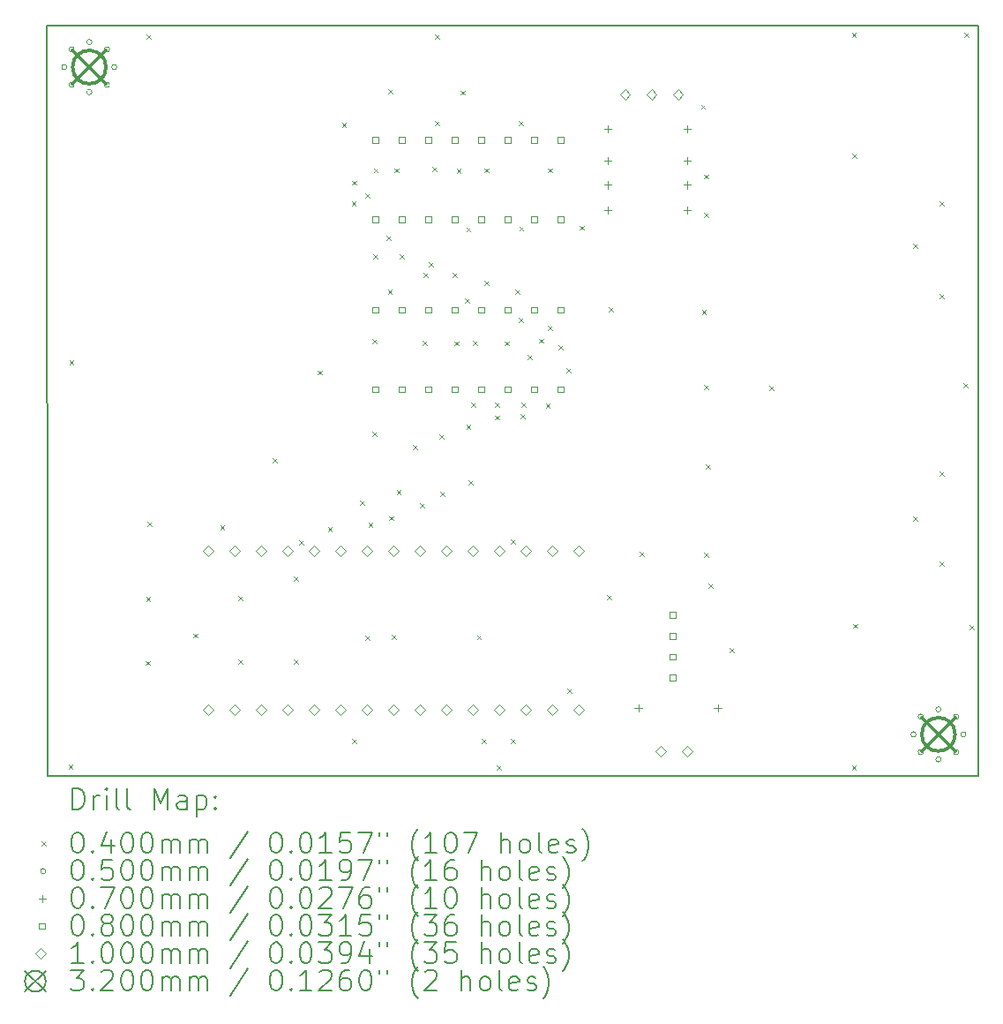
<source format=gbr>
%FSLAX45Y45*%
G04 Gerber Fmt 4.5, Leading zero omitted, Abs format (unit mm)*
G04 Created by KiCad (PCBNEW (6.0.4)) date 2022-10-03 14:37:33*
%MOMM*%
%LPD*%
G01*
G04 APERTURE LIST*
%TA.AperFunction,Profile*%
%ADD10C,0.150000*%
%TD*%
%ADD11C,0.200000*%
%ADD12C,0.040000*%
%ADD13C,0.050000*%
%ADD14C,0.070000*%
%ADD15C,0.080000*%
%ADD16C,0.100000*%
%ADD17C,0.320000*%
G04 APERTURE END LIST*
D10*
X8935600Y7200000D02*
X8935600Y2400D01*
X-10000Y7200000D02*
X8935600Y7200000D01*
X0Y0D02*
X-10000Y7200000D01*
X8935600Y2400D02*
X0Y0D01*
D11*
D12*
X200000Y110000D02*
X240000Y70000D01*
X240000Y110000D02*
X200000Y70000D01*
X210000Y3990000D02*
X250000Y3950000D01*
X250000Y3990000D02*
X210000Y3950000D01*
X940000Y1105000D02*
X980000Y1065000D01*
X980000Y1105000D02*
X940000Y1065000D01*
X945000Y1717500D02*
X985000Y1677500D01*
X985000Y1717500D02*
X945000Y1677500D01*
X950000Y7110000D02*
X990000Y7070000D01*
X990000Y7110000D02*
X950000Y7070000D01*
X960000Y2440000D02*
X1000000Y2400000D01*
X1000000Y2440000D02*
X960000Y2400000D01*
X1400000Y1367500D02*
X1440000Y1327500D01*
X1440000Y1367500D02*
X1400000Y1327500D01*
X1657500Y2402500D02*
X1697500Y2362500D01*
X1697500Y2402500D02*
X1657500Y2362500D01*
X1829000Y1724200D02*
X1869000Y1684200D01*
X1869000Y1724200D02*
X1829000Y1684200D01*
X1829000Y1114600D02*
X1869000Y1074600D01*
X1869000Y1114600D02*
X1829000Y1074600D01*
X2160000Y3050000D02*
X2200000Y3010000D01*
X2200000Y3050000D02*
X2160000Y3010000D01*
X2365000Y1915000D02*
X2405000Y1875000D01*
X2405000Y1915000D02*
X2365000Y1875000D01*
X2365000Y1115000D02*
X2405000Y1075000D01*
X2405000Y1115000D02*
X2365000Y1075000D01*
X2414657Y2260000D02*
X2454657Y2220000D01*
X2454657Y2260000D02*
X2414657Y2220000D01*
X2589950Y3890000D02*
X2629950Y3850000D01*
X2629950Y3890000D02*
X2589950Y3850000D01*
X2690000Y2390000D02*
X2730000Y2350000D01*
X2730000Y2390000D02*
X2690000Y2350000D01*
X2825000Y6265000D02*
X2865000Y6225000D01*
X2865000Y6265000D02*
X2825000Y6225000D01*
X2917450Y5508800D02*
X2957450Y5468800D01*
X2957450Y5508800D02*
X2917450Y5468800D01*
X2920000Y5710000D02*
X2960000Y5670000D01*
X2960000Y5710000D02*
X2920000Y5670000D01*
X2921200Y352600D02*
X2961200Y312600D01*
X2961200Y352600D02*
X2921200Y312600D01*
X2997400Y2638600D02*
X3037400Y2598600D01*
X3037400Y2638600D02*
X2997400Y2598600D01*
X3048200Y5586550D02*
X3088200Y5546550D01*
X3088200Y5586550D02*
X3048200Y5546550D01*
X3050000Y1347500D02*
X3090000Y1307500D01*
X3090000Y1347500D02*
X3050000Y1307500D01*
X3080000Y2430000D02*
X3120000Y2390000D01*
X3120000Y2430000D02*
X3080000Y2390000D01*
X3120000Y4190000D02*
X3160000Y4150000D01*
X3160000Y4190000D02*
X3120000Y4150000D01*
X3120000Y3300000D02*
X3160000Y3260000D01*
X3160000Y3300000D02*
X3120000Y3260000D01*
X3124400Y5000800D02*
X3164400Y4960800D01*
X3164400Y5000800D02*
X3124400Y4960800D01*
X3130000Y5830000D02*
X3170000Y5790000D01*
X3170000Y5830000D02*
X3130000Y5790000D01*
X3251400Y5182350D02*
X3291400Y5142350D01*
X3291400Y5182350D02*
X3251400Y5142350D01*
X3265000Y4665000D02*
X3305000Y4625000D01*
X3305000Y4665000D02*
X3265000Y4625000D01*
X3267746Y6587746D02*
X3307746Y6547746D01*
X3307746Y6587746D02*
X3267746Y6547746D01*
X3276800Y2493700D02*
X3316800Y2453700D01*
X3316800Y2493700D02*
X3276800Y2453700D01*
X3305000Y1355000D02*
X3345000Y1315000D01*
X3345000Y1355000D02*
X3305000Y1315000D01*
X3331350Y5830000D02*
X3371350Y5790000D01*
X3371350Y5830000D02*
X3331350Y5790000D01*
X3350000Y2745000D02*
X3390000Y2705000D01*
X3390000Y2745000D02*
X3350000Y2705000D01*
X3378400Y5000800D02*
X3418400Y4960800D01*
X3418400Y5000800D02*
X3378400Y4960800D01*
X3505400Y3172000D02*
X3545400Y3132000D01*
X3545400Y3172000D02*
X3505400Y3132000D01*
X3577500Y2615000D02*
X3617500Y2575000D01*
X3617500Y2615000D02*
X3577500Y2575000D01*
X3600000Y4172500D02*
X3640000Y4132500D01*
X3640000Y4172500D02*
X3600000Y4132500D01*
X3607000Y4824827D02*
X3647000Y4784827D01*
X3647000Y4824827D02*
X3607000Y4784827D01*
X3657800Y4924600D02*
X3697800Y4884600D01*
X3697800Y4924600D02*
X3657800Y4884600D01*
X3690000Y5840000D02*
X3730000Y5800000D01*
X3730000Y5840000D02*
X3690000Y5800000D01*
X3720000Y7110000D02*
X3760000Y7070000D01*
X3760000Y7110000D02*
X3720000Y7070000D01*
X3720000Y6280000D02*
X3760000Y6240000D01*
X3760000Y6280000D02*
X3720000Y6240000D01*
X3759400Y3273600D02*
X3799400Y3233600D01*
X3799400Y3273600D02*
X3759400Y3233600D01*
X3770000Y2727500D02*
X3810000Y2687500D01*
X3810000Y2727500D02*
X3770000Y2687500D01*
X3886400Y4823000D02*
X3926400Y4783000D01*
X3926400Y4823000D02*
X3886400Y4783000D01*
X3907500Y4170000D02*
X3947500Y4130000D01*
X3947500Y4170000D02*
X3907500Y4130000D01*
X3925682Y5824318D02*
X3965682Y5784318D01*
X3965682Y5824318D02*
X3925682Y5784318D01*
X3961054Y6574054D02*
X4001054Y6534054D01*
X4001054Y6574054D02*
X3961054Y6534054D01*
X4007500Y4580000D02*
X4047500Y4540000D01*
X4047500Y4580000D02*
X4007500Y4540000D01*
X4020000Y5262500D02*
X4060000Y5222500D01*
X4060000Y5262500D02*
X4020000Y5222500D01*
X4020000Y3370000D02*
X4060000Y3330000D01*
X4060000Y3370000D02*
X4020000Y3330000D01*
X4037500Y2837500D02*
X4077500Y2797500D01*
X4077500Y2837500D02*
X4037500Y2797500D01*
X4064200Y3578400D02*
X4104200Y3538400D01*
X4104200Y3578400D02*
X4064200Y3538400D01*
X4084802Y4172500D02*
X4124802Y4132500D01*
X4124802Y4172500D02*
X4084802Y4132500D01*
X4120000Y1350000D02*
X4160000Y1310000D01*
X4160000Y1350000D02*
X4120000Y1310000D01*
X4165800Y352600D02*
X4205800Y312600D01*
X4205800Y352600D02*
X4165800Y312600D01*
X4190000Y5830000D02*
X4230000Y5790000D01*
X4230000Y5830000D02*
X4190000Y5790000D01*
X4192999Y4746800D02*
X4232999Y4706800D01*
X4232999Y4746800D02*
X4192999Y4706800D01*
X4292800Y3578400D02*
X4332800Y3538400D01*
X4332800Y3578400D02*
X4292800Y3538400D01*
X4297128Y3458538D02*
X4337128Y3418538D01*
X4337128Y3458538D02*
X4297128Y3418538D01*
X4310000Y100000D02*
X4350000Y60000D01*
X4350000Y100000D02*
X4310000Y60000D01*
X4390000Y4170000D02*
X4430000Y4130000D01*
X4430000Y4170000D02*
X4390000Y4130000D01*
X4445000Y2270050D02*
X4485000Y2230050D01*
X4485000Y2270050D02*
X4445000Y2230050D01*
X4445000Y355000D02*
X4485000Y315000D01*
X4485000Y355000D02*
X4445000Y315000D01*
X4489793Y4663821D02*
X4529793Y4623821D01*
X4529793Y4663821D02*
X4489793Y4623821D01*
X4520000Y6280000D02*
X4560000Y6240000D01*
X4560000Y6280000D02*
X4520000Y6240000D01*
X4521400Y4391200D02*
X4561400Y4351200D01*
X4561400Y4391200D02*
X4521400Y4351200D01*
X4527500Y5270000D02*
X4567500Y5230000D01*
X4567500Y5270000D02*
X4527500Y5230000D01*
X4541067Y3471067D02*
X4581067Y3431067D01*
X4581067Y3471067D02*
X4541067Y3431067D01*
X4546800Y3578400D02*
X4586800Y3538400D01*
X4586800Y3578400D02*
X4546800Y3538400D01*
X4610000Y4040000D02*
X4650000Y4000000D01*
X4650000Y4040000D02*
X4610000Y4000000D01*
X4719033Y4194033D02*
X4759033Y4154033D01*
X4759033Y4194033D02*
X4719033Y4154033D01*
X4780000Y3570000D02*
X4820000Y3530000D01*
X4820000Y3570000D02*
X4780000Y3530000D01*
X4800000Y5830000D02*
X4840000Y5790000D01*
X4840000Y5830000D02*
X4800000Y5790000D01*
X4800800Y4315000D02*
X4840800Y4275000D01*
X4840800Y4315000D02*
X4800800Y4275000D01*
X4902400Y4133450D02*
X4942400Y4093450D01*
X4942400Y4133450D02*
X4902400Y4093450D01*
X4978600Y3908600D02*
X5018600Y3868600D01*
X5018600Y3908600D02*
X4978600Y3868600D01*
X4990000Y840000D02*
X5030000Y800000D01*
X5030000Y840000D02*
X4990000Y800000D01*
X5110000Y5280000D02*
X5150000Y5240000D01*
X5150000Y5280000D02*
X5110000Y5240000D01*
X5370000Y1735000D02*
X5410000Y1695000D01*
X5410000Y1735000D02*
X5370000Y1695000D01*
X5385000Y4492800D02*
X5425000Y4452800D01*
X5425000Y4492800D02*
X5385000Y4452800D01*
X5680000Y2150000D02*
X5720000Y2110000D01*
X5720000Y2150000D02*
X5680000Y2110000D01*
X6270000Y6440000D02*
X6310000Y6400000D01*
X6310000Y6440000D02*
X6270000Y6400000D01*
X6280000Y4470000D02*
X6320000Y4430000D01*
X6320000Y4470000D02*
X6280000Y4430000D01*
X6300000Y5770000D02*
X6340000Y5730000D01*
X6340000Y5770000D02*
X6300000Y5730000D01*
X6300000Y5400000D02*
X6340000Y5360000D01*
X6340000Y5400000D02*
X6300000Y5360000D01*
X6300000Y3750000D02*
X6340000Y3710000D01*
X6340000Y3750000D02*
X6300000Y3710000D01*
X6300000Y2140000D02*
X6340000Y2100000D01*
X6340000Y2140000D02*
X6300000Y2100000D01*
X6315000Y2990050D02*
X6355000Y2950050D01*
X6355000Y2990050D02*
X6315000Y2950050D01*
X6343233Y1844233D02*
X6383233Y1804233D01*
X6383233Y1844233D02*
X6343233Y1804233D01*
X6545000Y1230000D02*
X6585000Y1190000D01*
X6585000Y1230000D02*
X6545000Y1190000D01*
X6930000Y3740000D02*
X6970000Y3700000D01*
X6970000Y3740000D02*
X6930000Y3700000D01*
X7720000Y7130000D02*
X7760000Y7090000D01*
X7760000Y7130000D02*
X7720000Y7090000D01*
X7720000Y100000D02*
X7760000Y60000D01*
X7760000Y100000D02*
X7720000Y60000D01*
X7721800Y5966000D02*
X7761800Y5926000D01*
X7761800Y5966000D02*
X7721800Y5926000D01*
X7730000Y1460000D02*
X7770000Y1420000D01*
X7770000Y1460000D02*
X7730000Y1420000D01*
X8306000Y5102400D02*
X8346000Y5062400D01*
X8346000Y5102400D02*
X8306000Y5062400D01*
X8306000Y2486200D02*
X8346000Y2446200D01*
X8346000Y2486200D02*
X8306000Y2446200D01*
X8560000Y5508800D02*
X8600000Y5468800D01*
X8600000Y5508800D02*
X8560000Y5468800D01*
X8560000Y4619800D02*
X8600000Y4579800D01*
X8600000Y4619800D02*
X8560000Y4579800D01*
X8560000Y2918000D02*
X8600000Y2878000D01*
X8600000Y2918000D02*
X8560000Y2878000D01*
X8560000Y2054400D02*
X8600000Y2014400D01*
X8600000Y2054400D02*
X8560000Y2014400D01*
X8790000Y3770000D02*
X8830000Y3730000D01*
X8830000Y3770000D02*
X8790000Y3730000D01*
X8800000Y7130000D02*
X8840000Y7090000D01*
X8840000Y7130000D02*
X8800000Y7090000D01*
X8852100Y1444800D02*
X8892100Y1404800D01*
X8892100Y1444800D02*
X8852100Y1404800D01*
D13*
X185000Y6800000D02*
G75*
G03*
X185000Y6800000I-25000J0D01*
G01*
X255294Y6969706D02*
G75*
G03*
X255294Y6969706I-25000J0D01*
G01*
X255294Y6630294D02*
G75*
G03*
X255294Y6630294I-25000J0D01*
G01*
X425000Y7040000D02*
G75*
G03*
X425000Y7040000I-25000J0D01*
G01*
X425000Y6560000D02*
G75*
G03*
X425000Y6560000I-25000J0D01*
G01*
X594706Y6969706D02*
G75*
G03*
X594706Y6969706I-25000J0D01*
G01*
X594706Y6630294D02*
G75*
G03*
X594706Y6630294I-25000J0D01*
G01*
X665000Y6800000D02*
G75*
G03*
X665000Y6800000I-25000J0D01*
G01*
X8335000Y400000D02*
G75*
G03*
X8335000Y400000I-25000J0D01*
G01*
X8405294Y569706D02*
G75*
G03*
X8405294Y569706I-25000J0D01*
G01*
X8405294Y230294D02*
G75*
G03*
X8405294Y230294I-25000J0D01*
G01*
X8575000Y640000D02*
G75*
G03*
X8575000Y640000I-25000J0D01*
G01*
X8575000Y160000D02*
G75*
G03*
X8575000Y160000I-25000J0D01*
G01*
X8744706Y569706D02*
G75*
G03*
X8744706Y569706I-25000J0D01*
G01*
X8744706Y230294D02*
G75*
G03*
X8744706Y230294I-25000J0D01*
G01*
X8815000Y400000D02*
G75*
G03*
X8815000Y400000I-25000J0D01*
G01*
D14*
X5375000Y6245000D02*
X5375000Y6175000D01*
X5340000Y6210000D02*
X5410000Y6210000D01*
X5379000Y5935000D02*
X5379000Y5865000D01*
X5344000Y5900000D02*
X5414000Y5900000D01*
X5379000Y5705000D02*
X5379000Y5635000D01*
X5344000Y5670000D02*
X5414000Y5670000D01*
X5379000Y5465000D02*
X5379000Y5395000D01*
X5344000Y5430000D02*
X5414000Y5430000D01*
X5669000Y685000D02*
X5669000Y615000D01*
X5634000Y650000D02*
X5704000Y650000D01*
X6137000Y6245000D02*
X6137000Y6175000D01*
X6102000Y6210000D02*
X6172000Y6210000D01*
X6141000Y5935000D02*
X6141000Y5865000D01*
X6106000Y5900000D02*
X6176000Y5900000D01*
X6141000Y5705000D02*
X6141000Y5635000D01*
X6106000Y5670000D02*
X6176000Y5670000D01*
X6141000Y5465000D02*
X6141000Y5395000D01*
X6106000Y5430000D02*
X6176000Y5430000D01*
X6431000Y685000D02*
X6431000Y615000D01*
X6396000Y650000D02*
X6466000Y650000D01*
D15*
X3171184Y4443516D02*
X3171184Y4500085D01*
X3114615Y4500085D01*
X3114615Y4443516D01*
X3171184Y4443516D01*
X3171184Y3681515D02*
X3171184Y3738084D01*
X3114615Y3738084D01*
X3114615Y3681515D01*
X3171184Y3681515D01*
X3174184Y6071115D02*
X3174184Y6127684D01*
X3117615Y6127684D01*
X3117615Y6071115D01*
X3174184Y6071115D01*
X3174184Y5309116D02*
X3174184Y5365685D01*
X3117615Y5365685D01*
X3117615Y5309116D01*
X3174184Y5309116D01*
X3425184Y4443516D02*
X3425184Y4500085D01*
X3368615Y4500085D01*
X3368615Y4443516D01*
X3425184Y4443516D01*
X3425184Y3681515D02*
X3425184Y3738084D01*
X3368615Y3738084D01*
X3368615Y3681515D01*
X3425184Y3681515D01*
X3428184Y6071115D02*
X3428184Y6127684D01*
X3371615Y6127684D01*
X3371615Y6071115D01*
X3428184Y6071115D01*
X3428184Y5309116D02*
X3428184Y5365685D01*
X3371615Y5365685D01*
X3371615Y5309116D01*
X3428184Y5309116D01*
X3679184Y4443516D02*
X3679184Y4500085D01*
X3622615Y4500085D01*
X3622615Y4443516D01*
X3679184Y4443516D01*
X3679184Y3681515D02*
X3679184Y3738084D01*
X3622615Y3738084D01*
X3622615Y3681515D01*
X3679184Y3681515D01*
X3682184Y6071115D02*
X3682184Y6127684D01*
X3625615Y6127684D01*
X3625615Y6071115D01*
X3682184Y6071115D01*
X3682184Y5309116D02*
X3682184Y5365685D01*
X3625615Y5365685D01*
X3625615Y5309116D01*
X3682184Y5309116D01*
X3933184Y4443516D02*
X3933184Y4500085D01*
X3876615Y4500085D01*
X3876615Y4443516D01*
X3933184Y4443516D01*
X3933184Y3681515D02*
X3933184Y3738084D01*
X3876615Y3738084D01*
X3876615Y3681515D01*
X3933184Y3681515D01*
X3936184Y6071115D02*
X3936184Y6127684D01*
X3879615Y6127684D01*
X3879615Y6071115D01*
X3936184Y6071115D01*
X3936184Y5309116D02*
X3936184Y5365685D01*
X3879615Y5365685D01*
X3879615Y5309116D01*
X3936184Y5309116D01*
X4187184Y4443516D02*
X4187184Y4500085D01*
X4130615Y4500085D01*
X4130615Y4443516D01*
X4187184Y4443516D01*
X4187184Y3681515D02*
X4187184Y3738084D01*
X4130615Y3738084D01*
X4130615Y3681515D01*
X4187184Y3681515D01*
X4190184Y6071115D02*
X4190184Y6127684D01*
X4133615Y6127684D01*
X4133615Y6071115D01*
X4190184Y6071115D01*
X4190184Y5309116D02*
X4190184Y5365685D01*
X4133615Y5365685D01*
X4133615Y5309116D01*
X4190184Y5309116D01*
X4441185Y4443516D02*
X4441185Y4500085D01*
X4384616Y4500085D01*
X4384616Y4443516D01*
X4441185Y4443516D01*
X4441185Y3681515D02*
X4441185Y3738084D01*
X4384616Y3738084D01*
X4384616Y3681515D01*
X4441185Y3681515D01*
X4444185Y6071115D02*
X4444185Y6127684D01*
X4387616Y6127684D01*
X4387616Y6071115D01*
X4444185Y6071115D01*
X4444185Y5309116D02*
X4444185Y5365685D01*
X4387616Y5365685D01*
X4387616Y5309116D01*
X4444185Y5309116D01*
X4695185Y4443516D02*
X4695185Y4500085D01*
X4638616Y4500085D01*
X4638616Y4443516D01*
X4695185Y4443516D01*
X4695185Y3681515D02*
X4695185Y3738084D01*
X4638616Y3738084D01*
X4638616Y3681515D01*
X4695185Y3681515D01*
X4698185Y6071115D02*
X4698185Y6127684D01*
X4641616Y6127684D01*
X4641616Y6071115D01*
X4698185Y6071115D01*
X4698185Y5309116D02*
X4698185Y5365685D01*
X4641616Y5365685D01*
X4641616Y5309116D01*
X4698185Y5309116D01*
X4949185Y4443516D02*
X4949185Y4500085D01*
X4892616Y4500085D01*
X4892616Y4443516D01*
X4949185Y4443516D01*
X4949185Y3681515D02*
X4949185Y3738084D01*
X4892616Y3738084D01*
X4892616Y3681515D01*
X4949185Y3681515D01*
X4952185Y6071115D02*
X4952185Y6127684D01*
X4895616Y6127684D01*
X4895616Y6071115D01*
X4952185Y6071115D01*
X4952185Y5309116D02*
X4952185Y5365685D01*
X4895616Y5365685D01*
X4895616Y5309116D01*
X4952185Y5309116D01*
X6028284Y1516715D02*
X6028284Y1573284D01*
X5971715Y1573284D01*
X5971715Y1516715D01*
X6028284Y1516715D01*
X6028284Y1316716D02*
X6028284Y1373285D01*
X5971715Y1373285D01*
X5971715Y1316716D01*
X6028284Y1316716D01*
X6028284Y1116716D02*
X6028284Y1173285D01*
X5971715Y1173285D01*
X5971715Y1116716D01*
X6028284Y1116716D01*
X6028284Y916715D02*
X6028284Y973284D01*
X5971715Y973284D01*
X5971715Y916715D01*
X6028284Y916715D01*
D16*
X1544200Y2110400D02*
X1594200Y2160400D01*
X1544200Y2210400D01*
X1494200Y2160400D01*
X1544200Y2110400D01*
X1544200Y586400D02*
X1594200Y636400D01*
X1544200Y686400D01*
X1494200Y636400D01*
X1544200Y586400D01*
X1798200Y2110400D02*
X1848200Y2160400D01*
X1798200Y2210400D01*
X1748200Y2160400D01*
X1798200Y2110400D01*
X1798200Y586400D02*
X1848200Y636400D01*
X1798200Y686400D01*
X1748200Y636400D01*
X1798200Y586400D01*
X2052200Y2110400D02*
X2102200Y2160400D01*
X2052200Y2210400D01*
X2002200Y2160400D01*
X2052200Y2110400D01*
X2052200Y586400D02*
X2102200Y636400D01*
X2052200Y686400D01*
X2002200Y636400D01*
X2052200Y586400D01*
X2306200Y2110400D02*
X2356200Y2160400D01*
X2306200Y2210400D01*
X2256200Y2160400D01*
X2306200Y2110400D01*
X2306200Y586400D02*
X2356200Y636400D01*
X2306200Y686400D01*
X2256200Y636400D01*
X2306200Y586400D01*
X2560200Y2110400D02*
X2610200Y2160400D01*
X2560200Y2210400D01*
X2510200Y2160400D01*
X2560200Y2110400D01*
X2560200Y586400D02*
X2610200Y636400D01*
X2560200Y686400D01*
X2510200Y636400D01*
X2560200Y586400D01*
X2814200Y2110400D02*
X2864200Y2160400D01*
X2814200Y2210400D01*
X2764200Y2160400D01*
X2814200Y2110400D01*
X2814200Y586400D02*
X2864200Y636400D01*
X2814200Y686400D01*
X2764200Y636400D01*
X2814200Y586400D01*
X3068200Y2110400D02*
X3118200Y2160400D01*
X3068200Y2210400D01*
X3018200Y2160400D01*
X3068200Y2110400D01*
X3068200Y586400D02*
X3118200Y636400D01*
X3068200Y686400D01*
X3018200Y636400D01*
X3068200Y586400D01*
X3322200Y2110400D02*
X3372200Y2160400D01*
X3322200Y2210400D01*
X3272200Y2160400D01*
X3322200Y2110400D01*
X3322200Y586400D02*
X3372200Y636400D01*
X3322200Y686400D01*
X3272200Y636400D01*
X3322200Y586400D01*
X3576200Y2110400D02*
X3626200Y2160400D01*
X3576200Y2210400D01*
X3526200Y2160400D01*
X3576200Y2110400D01*
X3576200Y586400D02*
X3626200Y636400D01*
X3576200Y686400D01*
X3526200Y636400D01*
X3576200Y586400D01*
X3830200Y2110400D02*
X3880200Y2160400D01*
X3830200Y2210400D01*
X3780200Y2160400D01*
X3830200Y2110400D01*
X3830200Y586400D02*
X3880200Y636400D01*
X3830200Y686400D01*
X3780200Y636400D01*
X3830200Y586400D01*
X4084200Y2110400D02*
X4134200Y2160400D01*
X4084200Y2210400D01*
X4034200Y2160400D01*
X4084200Y2110400D01*
X4084200Y586400D02*
X4134200Y636400D01*
X4084200Y686400D01*
X4034200Y636400D01*
X4084200Y586400D01*
X4338200Y2110400D02*
X4388200Y2160400D01*
X4338200Y2210400D01*
X4288200Y2160400D01*
X4338200Y2110400D01*
X4338200Y586400D02*
X4388200Y636400D01*
X4338200Y686400D01*
X4288200Y636400D01*
X4338200Y586400D01*
X4592200Y2110400D02*
X4642200Y2160400D01*
X4592200Y2210400D01*
X4542200Y2160400D01*
X4592200Y2110400D01*
X4592200Y586400D02*
X4642200Y636400D01*
X4592200Y686400D01*
X4542200Y636400D01*
X4592200Y586400D01*
X4846200Y2110400D02*
X4896200Y2160400D01*
X4846200Y2210400D01*
X4796200Y2160400D01*
X4846200Y2110400D01*
X4846200Y586400D02*
X4896200Y636400D01*
X4846200Y686400D01*
X4796200Y636400D01*
X4846200Y586400D01*
X5100200Y2110400D02*
X5150200Y2160400D01*
X5100200Y2210400D01*
X5050200Y2160400D01*
X5100200Y2110400D01*
X5100200Y586400D02*
X5150200Y636400D01*
X5100200Y686400D01*
X5050200Y636400D01*
X5100200Y586400D01*
X5542000Y6490000D02*
X5592000Y6540000D01*
X5542000Y6590000D01*
X5492000Y6540000D01*
X5542000Y6490000D01*
X5796000Y6490000D02*
X5846000Y6540000D01*
X5796000Y6590000D01*
X5746000Y6540000D01*
X5796000Y6490000D01*
X5882500Y190000D02*
X5932500Y240000D01*
X5882500Y290000D01*
X5832500Y240000D01*
X5882500Y190000D01*
X6050000Y6490000D02*
X6100000Y6540000D01*
X6050000Y6590000D01*
X6000000Y6540000D01*
X6050000Y6490000D01*
X6136500Y190000D02*
X6186500Y240000D01*
X6136500Y290000D01*
X6086500Y240000D01*
X6136500Y190000D01*
D17*
X240000Y6960000D02*
X560000Y6640000D01*
X560000Y6960000D02*
X240000Y6640000D01*
X560000Y6800000D02*
G75*
G03*
X560000Y6800000I-160000J0D01*
G01*
X8390000Y560000D02*
X8710000Y240000D01*
X8710000Y560000D02*
X8390000Y240000D01*
X8710000Y400000D02*
G75*
G03*
X8710000Y400000I-160000J0D01*
G01*
D11*
X240119Y-317976D02*
X240119Y-117976D01*
X287738Y-117976D01*
X316310Y-127500D01*
X335357Y-146548D01*
X344881Y-165595D01*
X354405Y-203690D01*
X354405Y-232262D01*
X344881Y-270357D01*
X335357Y-289405D01*
X316310Y-308452D01*
X287738Y-317976D01*
X240119Y-317976D01*
X440119Y-317976D02*
X440119Y-184643D01*
X440119Y-222738D02*
X449643Y-203690D01*
X459167Y-194167D01*
X478214Y-184643D01*
X497262Y-184643D01*
X563929Y-317976D02*
X563929Y-184643D01*
X563929Y-117976D02*
X554405Y-127500D01*
X563929Y-137024D01*
X573452Y-127500D01*
X563929Y-117976D01*
X563929Y-137024D01*
X687738Y-317976D02*
X668690Y-308452D01*
X659167Y-289405D01*
X659167Y-117976D01*
X792500Y-317976D02*
X773452Y-308452D01*
X763928Y-289405D01*
X763928Y-117976D01*
X1021071Y-317976D02*
X1021071Y-117976D01*
X1087738Y-260833D01*
X1154405Y-117976D01*
X1154405Y-317976D01*
X1335357Y-317976D02*
X1335357Y-213214D01*
X1325833Y-194167D01*
X1306786Y-184643D01*
X1268690Y-184643D01*
X1249643Y-194167D01*
X1335357Y-308452D02*
X1316310Y-317976D01*
X1268690Y-317976D01*
X1249643Y-308452D01*
X1240119Y-289405D01*
X1240119Y-270357D01*
X1249643Y-251309D01*
X1268690Y-241786D01*
X1316310Y-241786D01*
X1335357Y-232262D01*
X1430595Y-184643D02*
X1430595Y-384643D01*
X1430595Y-194167D02*
X1449643Y-184643D01*
X1487738Y-184643D01*
X1506786Y-194167D01*
X1516309Y-203690D01*
X1525833Y-222738D01*
X1525833Y-279881D01*
X1516309Y-298929D01*
X1506786Y-308452D01*
X1487738Y-317976D01*
X1449643Y-317976D01*
X1430595Y-308452D01*
X1611548Y-298929D02*
X1621071Y-308452D01*
X1611548Y-317976D01*
X1602024Y-308452D01*
X1611548Y-298929D01*
X1611548Y-317976D01*
X1611548Y-194167D02*
X1621071Y-203690D01*
X1611548Y-213214D01*
X1602024Y-203690D01*
X1611548Y-194167D01*
X1611548Y-213214D01*
D12*
X-57500Y-627500D02*
X-17500Y-667500D01*
X-17500Y-627500D02*
X-57500Y-667500D01*
D11*
X278214Y-537976D02*
X297262Y-537976D01*
X316310Y-547500D01*
X325833Y-557024D01*
X335357Y-576071D01*
X344881Y-614167D01*
X344881Y-661786D01*
X335357Y-699881D01*
X325833Y-718928D01*
X316310Y-728452D01*
X297262Y-737976D01*
X278214Y-737976D01*
X259167Y-728452D01*
X249643Y-718928D01*
X240119Y-699881D01*
X230595Y-661786D01*
X230595Y-614167D01*
X240119Y-576071D01*
X249643Y-557024D01*
X259167Y-547500D01*
X278214Y-537976D01*
X430595Y-718928D02*
X440119Y-728452D01*
X430595Y-737976D01*
X421071Y-728452D01*
X430595Y-718928D01*
X430595Y-737976D01*
X611548Y-604643D02*
X611548Y-737976D01*
X563929Y-528452D02*
X516309Y-671310D01*
X640119Y-671310D01*
X754405Y-537976D02*
X773452Y-537976D01*
X792500Y-547500D01*
X802024Y-557024D01*
X811548Y-576071D01*
X821071Y-614167D01*
X821071Y-661786D01*
X811548Y-699881D01*
X802024Y-718928D01*
X792500Y-728452D01*
X773452Y-737976D01*
X754405Y-737976D01*
X735357Y-728452D01*
X725833Y-718928D01*
X716309Y-699881D01*
X706786Y-661786D01*
X706786Y-614167D01*
X716309Y-576071D01*
X725833Y-557024D01*
X735357Y-547500D01*
X754405Y-537976D01*
X944881Y-537976D02*
X963928Y-537976D01*
X982976Y-547500D01*
X992500Y-557024D01*
X1002024Y-576071D01*
X1011548Y-614167D01*
X1011548Y-661786D01*
X1002024Y-699881D01*
X992500Y-718928D01*
X982976Y-728452D01*
X963928Y-737976D01*
X944881Y-737976D01*
X925833Y-728452D01*
X916309Y-718928D01*
X906786Y-699881D01*
X897262Y-661786D01*
X897262Y-614167D01*
X906786Y-576071D01*
X916309Y-557024D01*
X925833Y-547500D01*
X944881Y-537976D01*
X1097262Y-737976D02*
X1097262Y-604643D01*
X1097262Y-623690D02*
X1106786Y-614167D01*
X1125833Y-604643D01*
X1154405Y-604643D01*
X1173452Y-614167D01*
X1182976Y-633214D01*
X1182976Y-737976D01*
X1182976Y-633214D02*
X1192500Y-614167D01*
X1211548Y-604643D01*
X1240119Y-604643D01*
X1259167Y-614167D01*
X1268690Y-633214D01*
X1268690Y-737976D01*
X1363929Y-737976D02*
X1363929Y-604643D01*
X1363929Y-623690D02*
X1373452Y-614167D01*
X1392500Y-604643D01*
X1421071Y-604643D01*
X1440119Y-614167D01*
X1449643Y-633214D01*
X1449643Y-737976D01*
X1449643Y-633214D02*
X1459167Y-614167D01*
X1478214Y-604643D01*
X1506786Y-604643D01*
X1525833Y-614167D01*
X1535357Y-633214D01*
X1535357Y-737976D01*
X1925833Y-528452D02*
X1754405Y-785595D01*
X2182976Y-537976D02*
X2202024Y-537976D01*
X2221071Y-547500D01*
X2230595Y-557024D01*
X2240119Y-576071D01*
X2249643Y-614167D01*
X2249643Y-661786D01*
X2240119Y-699881D01*
X2230595Y-718928D01*
X2221071Y-728452D01*
X2202024Y-737976D01*
X2182976Y-737976D01*
X2163929Y-728452D01*
X2154405Y-718928D01*
X2144881Y-699881D01*
X2135357Y-661786D01*
X2135357Y-614167D01*
X2144881Y-576071D01*
X2154405Y-557024D01*
X2163929Y-547500D01*
X2182976Y-537976D01*
X2335357Y-718928D02*
X2344881Y-728452D01*
X2335357Y-737976D01*
X2325833Y-728452D01*
X2335357Y-718928D01*
X2335357Y-737976D01*
X2468690Y-537976D02*
X2487738Y-537976D01*
X2506786Y-547500D01*
X2516310Y-557024D01*
X2525833Y-576071D01*
X2535357Y-614167D01*
X2535357Y-661786D01*
X2525833Y-699881D01*
X2516310Y-718928D01*
X2506786Y-728452D01*
X2487738Y-737976D01*
X2468690Y-737976D01*
X2449643Y-728452D01*
X2440119Y-718928D01*
X2430595Y-699881D01*
X2421071Y-661786D01*
X2421071Y-614167D01*
X2430595Y-576071D01*
X2440119Y-557024D01*
X2449643Y-547500D01*
X2468690Y-537976D01*
X2725833Y-737976D02*
X2611548Y-737976D01*
X2668690Y-737976D02*
X2668690Y-537976D01*
X2649643Y-566548D01*
X2630595Y-585595D01*
X2611548Y-595119D01*
X2906786Y-537976D02*
X2811548Y-537976D01*
X2802024Y-633214D01*
X2811548Y-623690D01*
X2830595Y-614167D01*
X2878214Y-614167D01*
X2897262Y-623690D01*
X2906786Y-633214D01*
X2916309Y-652262D01*
X2916309Y-699881D01*
X2906786Y-718928D01*
X2897262Y-728452D01*
X2878214Y-737976D01*
X2830595Y-737976D01*
X2811548Y-728452D01*
X2802024Y-718928D01*
X2982976Y-537976D02*
X3116309Y-537976D01*
X3030595Y-737976D01*
X3182976Y-537976D02*
X3182976Y-576071D01*
X3259167Y-537976D02*
X3259167Y-576071D01*
X3554405Y-814167D02*
X3544881Y-804643D01*
X3525833Y-776071D01*
X3516309Y-757024D01*
X3506786Y-728452D01*
X3497262Y-680833D01*
X3497262Y-642738D01*
X3506786Y-595119D01*
X3516309Y-566548D01*
X3525833Y-547500D01*
X3544881Y-518928D01*
X3554405Y-509405D01*
X3735357Y-737976D02*
X3621071Y-737976D01*
X3678214Y-737976D02*
X3678214Y-537976D01*
X3659167Y-566548D01*
X3640119Y-585595D01*
X3621071Y-595119D01*
X3859167Y-537976D02*
X3878214Y-537976D01*
X3897262Y-547500D01*
X3906786Y-557024D01*
X3916309Y-576071D01*
X3925833Y-614167D01*
X3925833Y-661786D01*
X3916309Y-699881D01*
X3906786Y-718928D01*
X3897262Y-728452D01*
X3878214Y-737976D01*
X3859167Y-737976D01*
X3840119Y-728452D01*
X3830595Y-718928D01*
X3821071Y-699881D01*
X3811548Y-661786D01*
X3811548Y-614167D01*
X3821071Y-576071D01*
X3830595Y-557024D01*
X3840119Y-547500D01*
X3859167Y-537976D01*
X3992500Y-537976D02*
X4125833Y-537976D01*
X4040119Y-737976D01*
X4354405Y-737976D02*
X4354405Y-537976D01*
X4440119Y-737976D02*
X4440119Y-633214D01*
X4430595Y-614167D01*
X4411548Y-604643D01*
X4382976Y-604643D01*
X4363929Y-614167D01*
X4354405Y-623690D01*
X4563929Y-737976D02*
X4544881Y-728452D01*
X4535357Y-718928D01*
X4525833Y-699881D01*
X4525833Y-642738D01*
X4535357Y-623690D01*
X4544881Y-614167D01*
X4563929Y-604643D01*
X4592500Y-604643D01*
X4611548Y-614167D01*
X4621071Y-623690D01*
X4630595Y-642738D01*
X4630595Y-699881D01*
X4621071Y-718928D01*
X4611548Y-728452D01*
X4592500Y-737976D01*
X4563929Y-737976D01*
X4744881Y-737976D02*
X4725833Y-728452D01*
X4716310Y-709405D01*
X4716310Y-537976D01*
X4897262Y-728452D02*
X4878214Y-737976D01*
X4840119Y-737976D01*
X4821071Y-728452D01*
X4811548Y-709405D01*
X4811548Y-633214D01*
X4821071Y-614167D01*
X4840119Y-604643D01*
X4878214Y-604643D01*
X4897262Y-614167D01*
X4906786Y-633214D01*
X4906786Y-652262D01*
X4811548Y-671310D01*
X4982976Y-728452D02*
X5002024Y-737976D01*
X5040119Y-737976D01*
X5059167Y-728452D01*
X5068690Y-709405D01*
X5068690Y-699881D01*
X5059167Y-680833D01*
X5040119Y-671310D01*
X5011548Y-671310D01*
X4992500Y-661786D01*
X4982976Y-642738D01*
X4982976Y-633214D01*
X4992500Y-614167D01*
X5011548Y-604643D01*
X5040119Y-604643D01*
X5059167Y-614167D01*
X5135357Y-814167D02*
X5144881Y-804643D01*
X5163929Y-776071D01*
X5173452Y-757024D01*
X5182976Y-728452D01*
X5192500Y-680833D01*
X5192500Y-642738D01*
X5182976Y-595119D01*
X5173452Y-566548D01*
X5163929Y-547500D01*
X5144881Y-518928D01*
X5135357Y-509405D01*
D13*
X-17500Y-911500D02*
G75*
G03*
X-17500Y-911500I-25000J0D01*
G01*
D11*
X278214Y-801976D02*
X297262Y-801976D01*
X316310Y-811500D01*
X325833Y-821024D01*
X335357Y-840071D01*
X344881Y-878167D01*
X344881Y-925786D01*
X335357Y-963881D01*
X325833Y-982928D01*
X316310Y-992452D01*
X297262Y-1001976D01*
X278214Y-1001976D01*
X259167Y-992452D01*
X249643Y-982928D01*
X240119Y-963881D01*
X230595Y-925786D01*
X230595Y-878167D01*
X240119Y-840071D01*
X249643Y-821024D01*
X259167Y-811500D01*
X278214Y-801976D01*
X430595Y-982928D02*
X440119Y-992452D01*
X430595Y-1001976D01*
X421071Y-992452D01*
X430595Y-982928D01*
X430595Y-1001976D01*
X621071Y-801976D02*
X525833Y-801976D01*
X516309Y-897214D01*
X525833Y-887690D01*
X544881Y-878167D01*
X592500Y-878167D01*
X611548Y-887690D01*
X621071Y-897214D01*
X630595Y-916262D01*
X630595Y-963881D01*
X621071Y-982928D01*
X611548Y-992452D01*
X592500Y-1001976D01*
X544881Y-1001976D01*
X525833Y-992452D01*
X516309Y-982928D01*
X754405Y-801976D02*
X773452Y-801976D01*
X792500Y-811500D01*
X802024Y-821024D01*
X811548Y-840071D01*
X821071Y-878167D01*
X821071Y-925786D01*
X811548Y-963881D01*
X802024Y-982928D01*
X792500Y-992452D01*
X773452Y-1001976D01*
X754405Y-1001976D01*
X735357Y-992452D01*
X725833Y-982928D01*
X716309Y-963881D01*
X706786Y-925786D01*
X706786Y-878167D01*
X716309Y-840071D01*
X725833Y-821024D01*
X735357Y-811500D01*
X754405Y-801976D01*
X944881Y-801976D02*
X963928Y-801976D01*
X982976Y-811500D01*
X992500Y-821024D01*
X1002024Y-840071D01*
X1011548Y-878167D01*
X1011548Y-925786D01*
X1002024Y-963881D01*
X992500Y-982928D01*
X982976Y-992452D01*
X963928Y-1001976D01*
X944881Y-1001976D01*
X925833Y-992452D01*
X916309Y-982928D01*
X906786Y-963881D01*
X897262Y-925786D01*
X897262Y-878167D01*
X906786Y-840071D01*
X916309Y-821024D01*
X925833Y-811500D01*
X944881Y-801976D01*
X1097262Y-1001976D02*
X1097262Y-868643D01*
X1097262Y-887690D02*
X1106786Y-878167D01*
X1125833Y-868643D01*
X1154405Y-868643D01*
X1173452Y-878167D01*
X1182976Y-897214D01*
X1182976Y-1001976D01*
X1182976Y-897214D02*
X1192500Y-878167D01*
X1211548Y-868643D01*
X1240119Y-868643D01*
X1259167Y-878167D01*
X1268690Y-897214D01*
X1268690Y-1001976D01*
X1363929Y-1001976D02*
X1363929Y-868643D01*
X1363929Y-887690D02*
X1373452Y-878167D01*
X1392500Y-868643D01*
X1421071Y-868643D01*
X1440119Y-878167D01*
X1449643Y-897214D01*
X1449643Y-1001976D01*
X1449643Y-897214D02*
X1459167Y-878167D01*
X1478214Y-868643D01*
X1506786Y-868643D01*
X1525833Y-878167D01*
X1535357Y-897214D01*
X1535357Y-1001976D01*
X1925833Y-792452D02*
X1754405Y-1049595D01*
X2182976Y-801976D02*
X2202024Y-801976D01*
X2221071Y-811500D01*
X2230595Y-821024D01*
X2240119Y-840071D01*
X2249643Y-878167D01*
X2249643Y-925786D01*
X2240119Y-963881D01*
X2230595Y-982928D01*
X2221071Y-992452D01*
X2202024Y-1001976D01*
X2182976Y-1001976D01*
X2163929Y-992452D01*
X2154405Y-982928D01*
X2144881Y-963881D01*
X2135357Y-925786D01*
X2135357Y-878167D01*
X2144881Y-840071D01*
X2154405Y-821024D01*
X2163929Y-811500D01*
X2182976Y-801976D01*
X2335357Y-982928D02*
X2344881Y-992452D01*
X2335357Y-1001976D01*
X2325833Y-992452D01*
X2335357Y-982928D01*
X2335357Y-1001976D01*
X2468690Y-801976D02*
X2487738Y-801976D01*
X2506786Y-811500D01*
X2516310Y-821024D01*
X2525833Y-840071D01*
X2535357Y-878167D01*
X2535357Y-925786D01*
X2525833Y-963881D01*
X2516310Y-982928D01*
X2506786Y-992452D01*
X2487738Y-1001976D01*
X2468690Y-1001976D01*
X2449643Y-992452D01*
X2440119Y-982928D01*
X2430595Y-963881D01*
X2421071Y-925786D01*
X2421071Y-878167D01*
X2430595Y-840071D01*
X2440119Y-821024D01*
X2449643Y-811500D01*
X2468690Y-801976D01*
X2725833Y-1001976D02*
X2611548Y-1001976D01*
X2668690Y-1001976D02*
X2668690Y-801976D01*
X2649643Y-830548D01*
X2630595Y-849595D01*
X2611548Y-859119D01*
X2821071Y-1001976D02*
X2859167Y-1001976D01*
X2878214Y-992452D01*
X2887738Y-982928D01*
X2906786Y-954357D01*
X2916309Y-916262D01*
X2916309Y-840071D01*
X2906786Y-821024D01*
X2897262Y-811500D01*
X2878214Y-801976D01*
X2840119Y-801976D01*
X2821071Y-811500D01*
X2811548Y-821024D01*
X2802024Y-840071D01*
X2802024Y-887690D01*
X2811548Y-906738D01*
X2821071Y-916262D01*
X2840119Y-925786D01*
X2878214Y-925786D01*
X2897262Y-916262D01*
X2906786Y-906738D01*
X2916309Y-887690D01*
X2982976Y-801976D02*
X3116309Y-801976D01*
X3030595Y-1001976D01*
X3182976Y-801976D02*
X3182976Y-840071D01*
X3259167Y-801976D02*
X3259167Y-840071D01*
X3554405Y-1078167D02*
X3544881Y-1068643D01*
X3525833Y-1040071D01*
X3516309Y-1021024D01*
X3506786Y-992452D01*
X3497262Y-944833D01*
X3497262Y-906738D01*
X3506786Y-859119D01*
X3516309Y-830548D01*
X3525833Y-811500D01*
X3544881Y-782928D01*
X3554405Y-773405D01*
X3735357Y-1001976D02*
X3621071Y-1001976D01*
X3678214Y-1001976D02*
X3678214Y-801976D01*
X3659167Y-830548D01*
X3640119Y-849595D01*
X3621071Y-859119D01*
X3906786Y-801976D02*
X3868690Y-801976D01*
X3849643Y-811500D01*
X3840119Y-821024D01*
X3821071Y-849595D01*
X3811548Y-887690D01*
X3811548Y-963881D01*
X3821071Y-982928D01*
X3830595Y-992452D01*
X3849643Y-1001976D01*
X3887738Y-1001976D01*
X3906786Y-992452D01*
X3916309Y-982928D01*
X3925833Y-963881D01*
X3925833Y-916262D01*
X3916309Y-897214D01*
X3906786Y-887690D01*
X3887738Y-878167D01*
X3849643Y-878167D01*
X3830595Y-887690D01*
X3821071Y-897214D01*
X3811548Y-916262D01*
X4163928Y-1001976D02*
X4163928Y-801976D01*
X4249643Y-1001976D02*
X4249643Y-897214D01*
X4240119Y-878167D01*
X4221071Y-868643D01*
X4192500Y-868643D01*
X4173452Y-878167D01*
X4163928Y-887690D01*
X4373452Y-1001976D02*
X4354405Y-992452D01*
X4344881Y-982928D01*
X4335357Y-963881D01*
X4335357Y-906738D01*
X4344881Y-887690D01*
X4354405Y-878167D01*
X4373452Y-868643D01*
X4402024Y-868643D01*
X4421071Y-878167D01*
X4430595Y-887690D01*
X4440119Y-906738D01*
X4440119Y-963881D01*
X4430595Y-982928D01*
X4421071Y-992452D01*
X4402024Y-1001976D01*
X4373452Y-1001976D01*
X4554405Y-1001976D02*
X4535357Y-992452D01*
X4525833Y-973405D01*
X4525833Y-801976D01*
X4706786Y-992452D02*
X4687738Y-1001976D01*
X4649643Y-1001976D01*
X4630595Y-992452D01*
X4621071Y-973405D01*
X4621071Y-897214D01*
X4630595Y-878167D01*
X4649643Y-868643D01*
X4687738Y-868643D01*
X4706786Y-878167D01*
X4716310Y-897214D01*
X4716310Y-916262D01*
X4621071Y-935309D01*
X4792500Y-992452D02*
X4811548Y-1001976D01*
X4849643Y-1001976D01*
X4868690Y-992452D01*
X4878214Y-973405D01*
X4878214Y-963881D01*
X4868690Y-944833D01*
X4849643Y-935309D01*
X4821071Y-935309D01*
X4802024Y-925786D01*
X4792500Y-906738D01*
X4792500Y-897214D01*
X4802024Y-878167D01*
X4821071Y-868643D01*
X4849643Y-868643D01*
X4868690Y-878167D01*
X4944881Y-1078167D02*
X4954405Y-1068643D01*
X4973452Y-1040071D01*
X4982976Y-1021024D01*
X4992500Y-992452D01*
X5002024Y-944833D01*
X5002024Y-906738D01*
X4992500Y-859119D01*
X4982976Y-830548D01*
X4973452Y-811500D01*
X4954405Y-782928D01*
X4944881Y-773405D01*
D14*
X-52500Y-1140500D02*
X-52500Y-1210500D01*
X-87500Y-1175500D02*
X-17500Y-1175500D01*
D11*
X278214Y-1065976D02*
X297262Y-1065976D01*
X316310Y-1075500D01*
X325833Y-1085024D01*
X335357Y-1104071D01*
X344881Y-1142167D01*
X344881Y-1189786D01*
X335357Y-1227881D01*
X325833Y-1246929D01*
X316310Y-1256452D01*
X297262Y-1265976D01*
X278214Y-1265976D01*
X259167Y-1256452D01*
X249643Y-1246929D01*
X240119Y-1227881D01*
X230595Y-1189786D01*
X230595Y-1142167D01*
X240119Y-1104071D01*
X249643Y-1085024D01*
X259167Y-1075500D01*
X278214Y-1065976D01*
X430595Y-1246929D02*
X440119Y-1256452D01*
X430595Y-1265976D01*
X421071Y-1256452D01*
X430595Y-1246929D01*
X430595Y-1265976D01*
X506786Y-1065976D02*
X640119Y-1065976D01*
X554405Y-1265976D01*
X754405Y-1065976D02*
X773452Y-1065976D01*
X792500Y-1075500D01*
X802024Y-1085024D01*
X811548Y-1104071D01*
X821071Y-1142167D01*
X821071Y-1189786D01*
X811548Y-1227881D01*
X802024Y-1246929D01*
X792500Y-1256452D01*
X773452Y-1265976D01*
X754405Y-1265976D01*
X735357Y-1256452D01*
X725833Y-1246929D01*
X716309Y-1227881D01*
X706786Y-1189786D01*
X706786Y-1142167D01*
X716309Y-1104071D01*
X725833Y-1085024D01*
X735357Y-1075500D01*
X754405Y-1065976D01*
X944881Y-1065976D02*
X963928Y-1065976D01*
X982976Y-1075500D01*
X992500Y-1085024D01*
X1002024Y-1104071D01*
X1011548Y-1142167D01*
X1011548Y-1189786D01*
X1002024Y-1227881D01*
X992500Y-1246929D01*
X982976Y-1256452D01*
X963928Y-1265976D01*
X944881Y-1265976D01*
X925833Y-1256452D01*
X916309Y-1246929D01*
X906786Y-1227881D01*
X897262Y-1189786D01*
X897262Y-1142167D01*
X906786Y-1104071D01*
X916309Y-1085024D01*
X925833Y-1075500D01*
X944881Y-1065976D01*
X1097262Y-1265976D02*
X1097262Y-1132643D01*
X1097262Y-1151690D02*
X1106786Y-1142167D01*
X1125833Y-1132643D01*
X1154405Y-1132643D01*
X1173452Y-1142167D01*
X1182976Y-1161214D01*
X1182976Y-1265976D01*
X1182976Y-1161214D02*
X1192500Y-1142167D01*
X1211548Y-1132643D01*
X1240119Y-1132643D01*
X1259167Y-1142167D01*
X1268690Y-1161214D01*
X1268690Y-1265976D01*
X1363929Y-1265976D02*
X1363929Y-1132643D01*
X1363929Y-1151690D02*
X1373452Y-1142167D01*
X1392500Y-1132643D01*
X1421071Y-1132643D01*
X1440119Y-1142167D01*
X1449643Y-1161214D01*
X1449643Y-1265976D01*
X1449643Y-1161214D02*
X1459167Y-1142167D01*
X1478214Y-1132643D01*
X1506786Y-1132643D01*
X1525833Y-1142167D01*
X1535357Y-1161214D01*
X1535357Y-1265976D01*
X1925833Y-1056452D02*
X1754405Y-1313595D01*
X2182976Y-1065976D02*
X2202024Y-1065976D01*
X2221071Y-1075500D01*
X2230595Y-1085024D01*
X2240119Y-1104071D01*
X2249643Y-1142167D01*
X2249643Y-1189786D01*
X2240119Y-1227881D01*
X2230595Y-1246929D01*
X2221071Y-1256452D01*
X2202024Y-1265976D01*
X2182976Y-1265976D01*
X2163929Y-1256452D01*
X2154405Y-1246929D01*
X2144881Y-1227881D01*
X2135357Y-1189786D01*
X2135357Y-1142167D01*
X2144881Y-1104071D01*
X2154405Y-1085024D01*
X2163929Y-1075500D01*
X2182976Y-1065976D01*
X2335357Y-1246929D02*
X2344881Y-1256452D01*
X2335357Y-1265976D01*
X2325833Y-1256452D01*
X2335357Y-1246929D01*
X2335357Y-1265976D01*
X2468690Y-1065976D02*
X2487738Y-1065976D01*
X2506786Y-1075500D01*
X2516310Y-1085024D01*
X2525833Y-1104071D01*
X2535357Y-1142167D01*
X2535357Y-1189786D01*
X2525833Y-1227881D01*
X2516310Y-1246929D01*
X2506786Y-1256452D01*
X2487738Y-1265976D01*
X2468690Y-1265976D01*
X2449643Y-1256452D01*
X2440119Y-1246929D01*
X2430595Y-1227881D01*
X2421071Y-1189786D01*
X2421071Y-1142167D01*
X2430595Y-1104071D01*
X2440119Y-1085024D01*
X2449643Y-1075500D01*
X2468690Y-1065976D01*
X2611548Y-1085024D02*
X2621071Y-1075500D01*
X2640119Y-1065976D01*
X2687738Y-1065976D01*
X2706786Y-1075500D01*
X2716310Y-1085024D01*
X2725833Y-1104071D01*
X2725833Y-1123119D01*
X2716310Y-1151690D01*
X2602024Y-1265976D01*
X2725833Y-1265976D01*
X2792500Y-1065976D02*
X2925833Y-1065976D01*
X2840119Y-1265976D01*
X3087738Y-1065976D02*
X3049643Y-1065976D01*
X3030595Y-1075500D01*
X3021071Y-1085024D01*
X3002024Y-1113595D01*
X2992500Y-1151690D01*
X2992500Y-1227881D01*
X3002024Y-1246929D01*
X3011548Y-1256452D01*
X3030595Y-1265976D01*
X3068690Y-1265976D01*
X3087738Y-1256452D01*
X3097262Y-1246929D01*
X3106786Y-1227881D01*
X3106786Y-1180262D01*
X3097262Y-1161214D01*
X3087738Y-1151690D01*
X3068690Y-1142167D01*
X3030595Y-1142167D01*
X3011548Y-1151690D01*
X3002024Y-1161214D01*
X2992500Y-1180262D01*
X3182976Y-1065976D02*
X3182976Y-1104071D01*
X3259167Y-1065976D02*
X3259167Y-1104071D01*
X3554405Y-1342167D02*
X3544881Y-1332643D01*
X3525833Y-1304071D01*
X3516309Y-1285024D01*
X3506786Y-1256452D01*
X3497262Y-1208833D01*
X3497262Y-1170738D01*
X3506786Y-1123119D01*
X3516309Y-1094548D01*
X3525833Y-1075500D01*
X3544881Y-1046928D01*
X3554405Y-1037405D01*
X3735357Y-1265976D02*
X3621071Y-1265976D01*
X3678214Y-1265976D02*
X3678214Y-1065976D01*
X3659167Y-1094548D01*
X3640119Y-1113595D01*
X3621071Y-1123119D01*
X3859167Y-1065976D02*
X3878214Y-1065976D01*
X3897262Y-1075500D01*
X3906786Y-1085024D01*
X3916309Y-1104071D01*
X3925833Y-1142167D01*
X3925833Y-1189786D01*
X3916309Y-1227881D01*
X3906786Y-1246929D01*
X3897262Y-1256452D01*
X3878214Y-1265976D01*
X3859167Y-1265976D01*
X3840119Y-1256452D01*
X3830595Y-1246929D01*
X3821071Y-1227881D01*
X3811548Y-1189786D01*
X3811548Y-1142167D01*
X3821071Y-1104071D01*
X3830595Y-1085024D01*
X3840119Y-1075500D01*
X3859167Y-1065976D01*
X4163928Y-1265976D02*
X4163928Y-1065976D01*
X4249643Y-1265976D02*
X4249643Y-1161214D01*
X4240119Y-1142167D01*
X4221071Y-1132643D01*
X4192500Y-1132643D01*
X4173452Y-1142167D01*
X4163928Y-1151690D01*
X4373452Y-1265976D02*
X4354405Y-1256452D01*
X4344881Y-1246929D01*
X4335357Y-1227881D01*
X4335357Y-1170738D01*
X4344881Y-1151690D01*
X4354405Y-1142167D01*
X4373452Y-1132643D01*
X4402024Y-1132643D01*
X4421071Y-1142167D01*
X4430595Y-1151690D01*
X4440119Y-1170738D01*
X4440119Y-1227881D01*
X4430595Y-1246929D01*
X4421071Y-1256452D01*
X4402024Y-1265976D01*
X4373452Y-1265976D01*
X4554405Y-1265976D02*
X4535357Y-1256452D01*
X4525833Y-1237405D01*
X4525833Y-1065976D01*
X4706786Y-1256452D02*
X4687738Y-1265976D01*
X4649643Y-1265976D01*
X4630595Y-1256452D01*
X4621071Y-1237405D01*
X4621071Y-1161214D01*
X4630595Y-1142167D01*
X4649643Y-1132643D01*
X4687738Y-1132643D01*
X4706786Y-1142167D01*
X4716310Y-1161214D01*
X4716310Y-1180262D01*
X4621071Y-1199310D01*
X4792500Y-1256452D02*
X4811548Y-1265976D01*
X4849643Y-1265976D01*
X4868690Y-1256452D01*
X4878214Y-1237405D01*
X4878214Y-1227881D01*
X4868690Y-1208833D01*
X4849643Y-1199310D01*
X4821071Y-1199310D01*
X4802024Y-1189786D01*
X4792500Y-1170738D01*
X4792500Y-1161214D01*
X4802024Y-1142167D01*
X4821071Y-1132643D01*
X4849643Y-1132643D01*
X4868690Y-1142167D01*
X4944881Y-1342167D02*
X4954405Y-1332643D01*
X4973452Y-1304071D01*
X4982976Y-1285024D01*
X4992500Y-1256452D01*
X5002024Y-1208833D01*
X5002024Y-1170738D01*
X4992500Y-1123119D01*
X4982976Y-1094548D01*
X4973452Y-1075500D01*
X4954405Y-1046928D01*
X4944881Y-1037405D01*
D15*
X-29215Y-1467784D02*
X-29215Y-1411215D01*
X-85785Y-1411215D01*
X-85785Y-1467784D01*
X-29215Y-1467784D01*
D11*
X278214Y-1329976D02*
X297262Y-1329976D01*
X316310Y-1339500D01*
X325833Y-1349024D01*
X335357Y-1368071D01*
X344881Y-1406167D01*
X344881Y-1453786D01*
X335357Y-1491881D01*
X325833Y-1510928D01*
X316310Y-1520452D01*
X297262Y-1529976D01*
X278214Y-1529976D01*
X259167Y-1520452D01*
X249643Y-1510928D01*
X240119Y-1491881D01*
X230595Y-1453786D01*
X230595Y-1406167D01*
X240119Y-1368071D01*
X249643Y-1349024D01*
X259167Y-1339500D01*
X278214Y-1329976D01*
X430595Y-1510928D02*
X440119Y-1520452D01*
X430595Y-1529976D01*
X421071Y-1520452D01*
X430595Y-1510928D01*
X430595Y-1529976D01*
X554405Y-1415690D02*
X535357Y-1406167D01*
X525833Y-1396643D01*
X516309Y-1377595D01*
X516309Y-1368071D01*
X525833Y-1349024D01*
X535357Y-1339500D01*
X554405Y-1329976D01*
X592500Y-1329976D01*
X611548Y-1339500D01*
X621071Y-1349024D01*
X630595Y-1368071D01*
X630595Y-1377595D01*
X621071Y-1396643D01*
X611548Y-1406167D01*
X592500Y-1415690D01*
X554405Y-1415690D01*
X535357Y-1425214D01*
X525833Y-1434738D01*
X516309Y-1453786D01*
X516309Y-1491881D01*
X525833Y-1510928D01*
X535357Y-1520452D01*
X554405Y-1529976D01*
X592500Y-1529976D01*
X611548Y-1520452D01*
X621071Y-1510928D01*
X630595Y-1491881D01*
X630595Y-1453786D01*
X621071Y-1434738D01*
X611548Y-1425214D01*
X592500Y-1415690D01*
X754405Y-1329976D02*
X773452Y-1329976D01*
X792500Y-1339500D01*
X802024Y-1349024D01*
X811548Y-1368071D01*
X821071Y-1406167D01*
X821071Y-1453786D01*
X811548Y-1491881D01*
X802024Y-1510928D01*
X792500Y-1520452D01*
X773452Y-1529976D01*
X754405Y-1529976D01*
X735357Y-1520452D01*
X725833Y-1510928D01*
X716309Y-1491881D01*
X706786Y-1453786D01*
X706786Y-1406167D01*
X716309Y-1368071D01*
X725833Y-1349024D01*
X735357Y-1339500D01*
X754405Y-1329976D01*
X944881Y-1329976D02*
X963928Y-1329976D01*
X982976Y-1339500D01*
X992500Y-1349024D01*
X1002024Y-1368071D01*
X1011548Y-1406167D01*
X1011548Y-1453786D01*
X1002024Y-1491881D01*
X992500Y-1510928D01*
X982976Y-1520452D01*
X963928Y-1529976D01*
X944881Y-1529976D01*
X925833Y-1520452D01*
X916309Y-1510928D01*
X906786Y-1491881D01*
X897262Y-1453786D01*
X897262Y-1406167D01*
X906786Y-1368071D01*
X916309Y-1349024D01*
X925833Y-1339500D01*
X944881Y-1329976D01*
X1097262Y-1529976D02*
X1097262Y-1396643D01*
X1097262Y-1415690D02*
X1106786Y-1406167D01*
X1125833Y-1396643D01*
X1154405Y-1396643D01*
X1173452Y-1406167D01*
X1182976Y-1425214D01*
X1182976Y-1529976D01*
X1182976Y-1425214D02*
X1192500Y-1406167D01*
X1211548Y-1396643D01*
X1240119Y-1396643D01*
X1259167Y-1406167D01*
X1268690Y-1425214D01*
X1268690Y-1529976D01*
X1363929Y-1529976D02*
X1363929Y-1396643D01*
X1363929Y-1415690D02*
X1373452Y-1406167D01*
X1392500Y-1396643D01*
X1421071Y-1396643D01*
X1440119Y-1406167D01*
X1449643Y-1425214D01*
X1449643Y-1529976D01*
X1449643Y-1425214D02*
X1459167Y-1406167D01*
X1478214Y-1396643D01*
X1506786Y-1396643D01*
X1525833Y-1406167D01*
X1535357Y-1425214D01*
X1535357Y-1529976D01*
X1925833Y-1320452D02*
X1754405Y-1577595D01*
X2182976Y-1329976D02*
X2202024Y-1329976D01*
X2221071Y-1339500D01*
X2230595Y-1349024D01*
X2240119Y-1368071D01*
X2249643Y-1406167D01*
X2249643Y-1453786D01*
X2240119Y-1491881D01*
X2230595Y-1510928D01*
X2221071Y-1520452D01*
X2202024Y-1529976D01*
X2182976Y-1529976D01*
X2163929Y-1520452D01*
X2154405Y-1510928D01*
X2144881Y-1491881D01*
X2135357Y-1453786D01*
X2135357Y-1406167D01*
X2144881Y-1368071D01*
X2154405Y-1349024D01*
X2163929Y-1339500D01*
X2182976Y-1329976D01*
X2335357Y-1510928D02*
X2344881Y-1520452D01*
X2335357Y-1529976D01*
X2325833Y-1520452D01*
X2335357Y-1510928D01*
X2335357Y-1529976D01*
X2468690Y-1329976D02*
X2487738Y-1329976D01*
X2506786Y-1339500D01*
X2516310Y-1349024D01*
X2525833Y-1368071D01*
X2535357Y-1406167D01*
X2535357Y-1453786D01*
X2525833Y-1491881D01*
X2516310Y-1510928D01*
X2506786Y-1520452D01*
X2487738Y-1529976D01*
X2468690Y-1529976D01*
X2449643Y-1520452D01*
X2440119Y-1510928D01*
X2430595Y-1491881D01*
X2421071Y-1453786D01*
X2421071Y-1406167D01*
X2430595Y-1368071D01*
X2440119Y-1349024D01*
X2449643Y-1339500D01*
X2468690Y-1329976D01*
X2602024Y-1329976D02*
X2725833Y-1329976D01*
X2659167Y-1406167D01*
X2687738Y-1406167D01*
X2706786Y-1415690D01*
X2716310Y-1425214D01*
X2725833Y-1444262D01*
X2725833Y-1491881D01*
X2716310Y-1510928D01*
X2706786Y-1520452D01*
X2687738Y-1529976D01*
X2630595Y-1529976D01*
X2611548Y-1520452D01*
X2602024Y-1510928D01*
X2916309Y-1529976D02*
X2802024Y-1529976D01*
X2859167Y-1529976D02*
X2859167Y-1329976D01*
X2840119Y-1358548D01*
X2821071Y-1377595D01*
X2802024Y-1387119D01*
X3097262Y-1329976D02*
X3002024Y-1329976D01*
X2992500Y-1425214D01*
X3002024Y-1415690D01*
X3021071Y-1406167D01*
X3068690Y-1406167D01*
X3087738Y-1415690D01*
X3097262Y-1425214D01*
X3106786Y-1444262D01*
X3106786Y-1491881D01*
X3097262Y-1510928D01*
X3087738Y-1520452D01*
X3068690Y-1529976D01*
X3021071Y-1529976D01*
X3002024Y-1520452D01*
X2992500Y-1510928D01*
X3182976Y-1329976D02*
X3182976Y-1368071D01*
X3259167Y-1329976D02*
X3259167Y-1368071D01*
X3554405Y-1606167D02*
X3544881Y-1596643D01*
X3525833Y-1568071D01*
X3516309Y-1549024D01*
X3506786Y-1520452D01*
X3497262Y-1472833D01*
X3497262Y-1434738D01*
X3506786Y-1387119D01*
X3516309Y-1358548D01*
X3525833Y-1339500D01*
X3544881Y-1310929D01*
X3554405Y-1301405D01*
X3611548Y-1329976D02*
X3735357Y-1329976D01*
X3668690Y-1406167D01*
X3697262Y-1406167D01*
X3716309Y-1415690D01*
X3725833Y-1425214D01*
X3735357Y-1444262D01*
X3735357Y-1491881D01*
X3725833Y-1510928D01*
X3716309Y-1520452D01*
X3697262Y-1529976D01*
X3640119Y-1529976D01*
X3621071Y-1520452D01*
X3611548Y-1510928D01*
X3906786Y-1329976D02*
X3868690Y-1329976D01*
X3849643Y-1339500D01*
X3840119Y-1349024D01*
X3821071Y-1377595D01*
X3811548Y-1415690D01*
X3811548Y-1491881D01*
X3821071Y-1510928D01*
X3830595Y-1520452D01*
X3849643Y-1529976D01*
X3887738Y-1529976D01*
X3906786Y-1520452D01*
X3916309Y-1510928D01*
X3925833Y-1491881D01*
X3925833Y-1444262D01*
X3916309Y-1425214D01*
X3906786Y-1415690D01*
X3887738Y-1406167D01*
X3849643Y-1406167D01*
X3830595Y-1415690D01*
X3821071Y-1425214D01*
X3811548Y-1444262D01*
X4163928Y-1529976D02*
X4163928Y-1329976D01*
X4249643Y-1529976D02*
X4249643Y-1425214D01*
X4240119Y-1406167D01*
X4221071Y-1396643D01*
X4192500Y-1396643D01*
X4173452Y-1406167D01*
X4163928Y-1415690D01*
X4373452Y-1529976D02*
X4354405Y-1520452D01*
X4344881Y-1510928D01*
X4335357Y-1491881D01*
X4335357Y-1434738D01*
X4344881Y-1415690D01*
X4354405Y-1406167D01*
X4373452Y-1396643D01*
X4402024Y-1396643D01*
X4421071Y-1406167D01*
X4430595Y-1415690D01*
X4440119Y-1434738D01*
X4440119Y-1491881D01*
X4430595Y-1510928D01*
X4421071Y-1520452D01*
X4402024Y-1529976D01*
X4373452Y-1529976D01*
X4554405Y-1529976D02*
X4535357Y-1520452D01*
X4525833Y-1501405D01*
X4525833Y-1329976D01*
X4706786Y-1520452D02*
X4687738Y-1529976D01*
X4649643Y-1529976D01*
X4630595Y-1520452D01*
X4621071Y-1501405D01*
X4621071Y-1425214D01*
X4630595Y-1406167D01*
X4649643Y-1396643D01*
X4687738Y-1396643D01*
X4706786Y-1406167D01*
X4716310Y-1425214D01*
X4716310Y-1444262D01*
X4621071Y-1463309D01*
X4792500Y-1520452D02*
X4811548Y-1529976D01*
X4849643Y-1529976D01*
X4868690Y-1520452D01*
X4878214Y-1501405D01*
X4878214Y-1491881D01*
X4868690Y-1472833D01*
X4849643Y-1463309D01*
X4821071Y-1463309D01*
X4802024Y-1453786D01*
X4792500Y-1434738D01*
X4792500Y-1425214D01*
X4802024Y-1406167D01*
X4821071Y-1396643D01*
X4849643Y-1396643D01*
X4868690Y-1406167D01*
X4944881Y-1606167D02*
X4954405Y-1596643D01*
X4973452Y-1568071D01*
X4982976Y-1549024D01*
X4992500Y-1520452D01*
X5002024Y-1472833D01*
X5002024Y-1434738D01*
X4992500Y-1387119D01*
X4982976Y-1358548D01*
X4973452Y-1339500D01*
X4954405Y-1310929D01*
X4944881Y-1301405D01*
D16*
X-67500Y-1753500D02*
X-17500Y-1703500D01*
X-67500Y-1653500D01*
X-117500Y-1703500D01*
X-67500Y-1753500D01*
D11*
X344881Y-1793976D02*
X230595Y-1793976D01*
X287738Y-1793976D02*
X287738Y-1593976D01*
X268690Y-1622548D01*
X249643Y-1641595D01*
X230595Y-1651119D01*
X430595Y-1774928D02*
X440119Y-1784452D01*
X430595Y-1793976D01*
X421071Y-1784452D01*
X430595Y-1774928D01*
X430595Y-1793976D01*
X563929Y-1593976D02*
X582976Y-1593976D01*
X602024Y-1603500D01*
X611548Y-1613024D01*
X621071Y-1632071D01*
X630595Y-1670167D01*
X630595Y-1717786D01*
X621071Y-1755881D01*
X611548Y-1774928D01*
X602024Y-1784452D01*
X582976Y-1793976D01*
X563929Y-1793976D01*
X544881Y-1784452D01*
X535357Y-1774928D01*
X525833Y-1755881D01*
X516309Y-1717786D01*
X516309Y-1670167D01*
X525833Y-1632071D01*
X535357Y-1613024D01*
X544881Y-1603500D01*
X563929Y-1593976D01*
X754405Y-1593976D02*
X773452Y-1593976D01*
X792500Y-1603500D01*
X802024Y-1613024D01*
X811548Y-1632071D01*
X821071Y-1670167D01*
X821071Y-1717786D01*
X811548Y-1755881D01*
X802024Y-1774928D01*
X792500Y-1784452D01*
X773452Y-1793976D01*
X754405Y-1793976D01*
X735357Y-1784452D01*
X725833Y-1774928D01*
X716309Y-1755881D01*
X706786Y-1717786D01*
X706786Y-1670167D01*
X716309Y-1632071D01*
X725833Y-1613024D01*
X735357Y-1603500D01*
X754405Y-1593976D01*
X944881Y-1593976D02*
X963928Y-1593976D01*
X982976Y-1603500D01*
X992500Y-1613024D01*
X1002024Y-1632071D01*
X1011548Y-1670167D01*
X1011548Y-1717786D01*
X1002024Y-1755881D01*
X992500Y-1774928D01*
X982976Y-1784452D01*
X963928Y-1793976D01*
X944881Y-1793976D01*
X925833Y-1784452D01*
X916309Y-1774928D01*
X906786Y-1755881D01*
X897262Y-1717786D01*
X897262Y-1670167D01*
X906786Y-1632071D01*
X916309Y-1613024D01*
X925833Y-1603500D01*
X944881Y-1593976D01*
X1097262Y-1793976D02*
X1097262Y-1660643D01*
X1097262Y-1679690D02*
X1106786Y-1670167D01*
X1125833Y-1660643D01*
X1154405Y-1660643D01*
X1173452Y-1670167D01*
X1182976Y-1689214D01*
X1182976Y-1793976D01*
X1182976Y-1689214D02*
X1192500Y-1670167D01*
X1211548Y-1660643D01*
X1240119Y-1660643D01*
X1259167Y-1670167D01*
X1268690Y-1689214D01*
X1268690Y-1793976D01*
X1363929Y-1793976D02*
X1363929Y-1660643D01*
X1363929Y-1679690D02*
X1373452Y-1670167D01*
X1392500Y-1660643D01*
X1421071Y-1660643D01*
X1440119Y-1670167D01*
X1449643Y-1689214D01*
X1449643Y-1793976D01*
X1449643Y-1689214D02*
X1459167Y-1670167D01*
X1478214Y-1660643D01*
X1506786Y-1660643D01*
X1525833Y-1670167D01*
X1535357Y-1689214D01*
X1535357Y-1793976D01*
X1925833Y-1584452D02*
X1754405Y-1841595D01*
X2182976Y-1593976D02*
X2202024Y-1593976D01*
X2221071Y-1603500D01*
X2230595Y-1613024D01*
X2240119Y-1632071D01*
X2249643Y-1670167D01*
X2249643Y-1717786D01*
X2240119Y-1755881D01*
X2230595Y-1774928D01*
X2221071Y-1784452D01*
X2202024Y-1793976D01*
X2182976Y-1793976D01*
X2163929Y-1784452D01*
X2154405Y-1774928D01*
X2144881Y-1755881D01*
X2135357Y-1717786D01*
X2135357Y-1670167D01*
X2144881Y-1632071D01*
X2154405Y-1613024D01*
X2163929Y-1603500D01*
X2182976Y-1593976D01*
X2335357Y-1774928D02*
X2344881Y-1784452D01*
X2335357Y-1793976D01*
X2325833Y-1784452D01*
X2335357Y-1774928D01*
X2335357Y-1793976D01*
X2468690Y-1593976D02*
X2487738Y-1593976D01*
X2506786Y-1603500D01*
X2516310Y-1613024D01*
X2525833Y-1632071D01*
X2535357Y-1670167D01*
X2535357Y-1717786D01*
X2525833Y-1755881D01*
X2516310Y-1774928D01*
X2506786Y-1784452D01*
X2487738Y-1793976D01*
X2468690Y-1793976D01*
X2449643Y-1784452D01*
X2440119Y-1774928D01*
X2430595Y-1755881D01*
X2421071Y-1717786D01*
X2421071Y-1670167D01*
X2430595Y-1632071D01*
X2440119Y-1613024D01*
X2449643Y-1603500D01*
X2468690Y-1593976D01*
X2602024Y-1593976D02*
X2725833Y-1593976D01*
X2659167Y-1670167D01*
X2687738Y-1670167D01*
X2706786Y-1679690D01*
X2716310Y-1689214D01*
X2725833Y-1708262D01*
X2725833Y-1755881D01*
X2716310Y-1774928D01*
X2706786Y-1784452D01*
X2687738Y-1793976D01*
X2630595Y-1793976D01*
X2611548Y-1784452D01*
X2602024Y-1774928D01*
X2821071Y-1793976D02*
X2859167Y-1793976D01*
X2878214Y-1784452D01*
X2887738Y-1774928D01*
X2906786Y-1746357D01*
X2916309Y-1708262D01*
X2916309Y-1632071D01*
X2906786Y-1613024D01*
X2897262Y-1603500D01*
X2878214Y-1593976D01*
X2840119Y-1593976D01*
X2821071Y-1603500D01*
X2811548Y-1613024D01*
X2802024Y-1632071D01*
X2802024Y-1679690D01*
X2811548Y-1698738D01*
X2821071Y-1708262D01*
X2840119Y-1717786D01*
X2878214Y-1717786D01*
X2897262Y-1708262D01*
X2906786Y-1698738D01*
X2916309Y-1679690D01*
X3087738Y-1660643D02*
X3087738Y-1793976D01*
X3040119Y-1584452D02*
X2992500Y-1727309D01*
X3116309Y-1727309D01*
X3182976Y-1593976D02*
X3182976Y-1632071D01*
X3259167Y-1593976D02*
X3259167Y-1632071D01*
X3554405Y-1870167D02*
X3544881Y-1860643D01*
X3525833Y-1832071D01*
X3516309Y-1813024D01*
X3506786Y-1784452D01*
X3497262Y-1736833D01*
X3497262Y-1698738D01*
X3506786Y-1651119D01*
X3516309Y-1622548D01*
X3525833Y-1603500D01*
X3544881Y-1574928D01*
X3554405Y-1565405D01*
X3611548Y-1593976D02*
X3735357Y-1593976D01*
X3668690Y-1670167D01*
X3697262Y-1670167D01*
X3716309Y-1679690D01*
X3725833Y-1689214D01*
X3735357Y-1708262D01*
X3735357Y-1755881D01*
X3725833Y-1774928D01*
X3716309Y-1784452D01*
X3697262Y-1793976D01*
X3640119Y-1793976D01*
X3621071Y-1784452D01*
X3611548Y-1774928D01*
X3916309Y-1593976D02*
X3821071Y-1593976D01*
X3811548Y-1689214D01*
X3821071Y-1679690D01*
X3840119Y-1670167D01*
X3887738Y-1670167D01*
X3906786Y-1679690D01*
X3916309Y-1689214D01*
X3925833Y-1708262D01*
X3925833Y-1755881D01*
X3916309Y-1774928D01*
X3906786Y-1784452D01*
X3887738Y-1793976D01*
X3840119Y-1793976D01*
X3821071Y-1784452D01*
X3811548Y-1774928D01*
X4163928Y-1793976D02*
X4163928Y-1593976D01*
X4249643Y-1793976D02*
X4249643Y-1689214D01*
X4240119Y-1670167D01*
X4221071Y-1660643D01*
X4192500Y-1660643D01*
X4173452Y-1670167D01*
X4163928Y-1679690D01*
X4373452Y-1793976D02*
X4354405Y-1784452D01*
X4344881Y-1774928D01*
X4335357Y-1755881D01*
X4335357Y-1698738D01*
X4344881Y-1679690D01*
X4354405Y-1670167D01*
X4373452Y-1660643D01*
X4402024Y-1660643D01*
X4421071Y-1670167D01*
X4430595Y-1679690D01*
X4440119Y-1698738D01*
X4440119Y-1755881D01*
X4430595Y-1774928D01*
X4421071Y-1784452D01*
X4402024Y-1793976D01*
X4373452Y-1793976D01*
X4554405Y-1793976D02*
X4535357Y-1784452D01*
X4525833Y-1765405D01*
X4525833Y-1593976D01*
X4706786Y-1784452D02*
X4687738Y-1793976D01*
X4649643Y-1793976D01*
X4630595Y-1784452D01*
X4621071Y-1765405D01*
X4621071Y-1689214D01*
X4630595Y-1670167D01*
X4649643Y-1660643D01*
X4687738Y-1660643D01*
X4706786Y-1670167D01*
X4716310Y-1689214D01*
X4716310Y-1708262D01*
X4621071Y-1727309D01*
X4792500Y-1784452D02*
X4811548Y-1793976D01*
X4849643Y-1793976D01*
X4868690Y-1784452D01*
X4878214Y-1765405D01*
X4878214Y-1755881D01*
X4868690Y-1736833D01*
X4849643Y-1727309D01*
X4821071Y-1727309D01*
X4802024Y-1717786D01*
X4792500Y-1698738D01*
X4792500Y-1689214D01*
X4802024Y-1670167D01*
X4821071Y-1660643D01*
X4849643Y-1660643D01*
X4868690Y-1670167D01*
X4944881Y-1870167D02*
X4954405Y-1860643D01*
X4973452Y-1832071D01*
X4982976Y-1813024D01*
X4992500Y-1784452D01*
X5002024Y-1736833D01*
X5002024Y-1698738D01*
X4992500Y-1651119D01*
X4982976Y-1622548D01*
X4973452Y-1603500D01*
X4954405Y-1574928D01*
X4944881Y-1565405D01*
X-217500Y-1867500D02*
X-17500Y-2067500D01*
X-17500Y-1867500D02*
X-217500Y-2067500D01*
X-17500Y-1967500D02*
G75*
G03*
X-17500Y-1967500I-100000J0D01*
G01*
X221071Y-1857976D02*
X344881Y-1857976D01*
X278214Y-1934167D01*
X306786Y-1934167D01*
X325833Y-1943690D01*
X335357Y-1953214D01*
X344881Y-1972262D01*
X344881Y-2019881D01*
X335357Y-2038928D01*
X325833Y-2048452D01*
X306786Y-2057976D01*
X249643Y-2057976D01*
X230595Y-2048452D01*
X221071Y-2038928D01*
X430595Y-2038928D02*
X440119Y-2048452D01*
X430595Y-2057976D01*
X421071Y-2048452D01*
X430595Y-2038928D01*
X430595Y-2057976D01*
X516309Y-1877024D02*
X525833Y-1867500D01*
X544881Y-1857976D01*
X592500Y-1857976D01*
X611548Y-1867500D01*
X621071Y-1877024D01*
X630595Y-1896071D01*
X630595Y-1915119D01*
X621071Y-1943690D01*
X506786Y-2057976D01*
X630595Y-2057976D01*
X754405Y-1857976D02*
X773452Y-1857976D01*
X792500Y-1867500D01*
X802024Y-1877024D01*
X811548Y-1896071D01*
X821071Y-1934167D01*
X821071Y-1981786D01*
X811548Y-2019881D01*
X802024Y-2038928D01*
X792500Y-2048452D01*
X773452Y-2057976D01*
X754405Y-2057976D01*
X735357Y-2048452D01*
X725833Y-2038928D01*
X716309Y-2019881D01*
X706786Y-1981786D01*
X706786Y-1934167D01*
X716309Y-1896071D01*
X725833Y-1877024D01*
X735357Y-1867500D01*
X754405Y-1857976D01*
X944881Y-1857976D02*
X963928Y-1857976D01*
X982976Y-1867500D01*
X992500Y-1877024D01*
X1002024Y-1896071D01*
X1011548Y-1934167D01*
X1011548Y-1981786D01*
X1002024Y-2019881D01*
X992500Y-2038928D01*
X982976Y-2048452D01*
X963928Y-2057976D01*
X944881Y-2057976D01*
X925833Y-2048452D01*
X916309Y-2038928D01*
X906786Y-2019881D01*
X897262Y-1981786D01*
X897262Y-1934167D01*
X906786Y-1896071D01*
X916309Y-1877024D01*
X925833Y-1867500D01*
X944881Y-1857976D01*
X1097262Y-2057976D02*
X1097262Y-1924643D01*
X1097262Y-1943690D02*
X1106786Y-1934167D01*
X1125833Y-1924643D01*
X1154405Y-1924643D01*
X1173452Y-1934167D01*
X1182976Y-1953214D01*
X1182976Y-2057976D01*
X1182976Y-1953214D02*
X1192500Y-1934167D01*
X1211548Y-1924643D01*
X1240119Y-1924643D01*
X1259167Y-1934167D01*
X1268690Y-1953214D01*
X1268690Y-2057976D01*
X1363929Y-2057976D02*
X1363929Y-1924643D01*
X1363929Y-1943690D02*
X1373452Y-1934167D01*
X1392500Y-1924643D01*
X1421071Y-1924643D01*
X1440119Y-1934167D01*
X1449643Y-1953214D01*
X1449643Y-2057976D01*
X1449643Y-1953214D02*
X1459167Y-1934167D01*
X1478214Y-1924643D01*
X1506786Y-1924643D01*
X1525833Y-1934167D01*
X1535357Y-1953214D01*
X1535357Y-2057976D01*
X1925833Y-1848452D02*
X1754405Y-2105595D01*
X2182976Y-1857976D02*
X2202024Y-1857976D01*
X2221071Y-1867500D01*
X2230595Y-1877024D01*
X2240119Y-1896071D01*
X2249643Y-1934167D01*
X2249643Y-1981786D01*
X2240119Y-2019881D01*
X2230595Y-2038928D01*
X2221071Y-2048452D01*
X2202024Y-2057976D01*
X2182976Y-2057976D01*
X2163929Y-2048452D01*
X2154405Y-2038928D01*
X2144881Y-2019881D01*
X2135357Y-1981786D01*
X2135357Y-1934167D01*
X2144881Y-1896071D01*
X2154405Y-1877024D01*
X2163929Y-1867500D01*
X2182976Y-1857976D01*
X2335357Y-2038928D02*
X2344881Y-2048452D01*
X2335357Y-2057976D01*
X2325833Y-2048452D01*
X2335357Y-2038928D01*
X2335357Y-2057976D01*
X2535357Y-2057976D02*
X2421071Y-2057976D01*
X2478214Y-2057976D02*
X2478214Y-1857976D01*
X2459167Y-1886548D01*
X2440119Y-1905595D01*
X2421071Y-1915119D01*
X2611548Y-1877024D02*
X2621071Y-1867500D01*
X2640119Y-1857976D01*
X2687738Y-1857976D01*
X2706786Y-1867500D01*
X2716310Y-1877024D01*
X2725833Y-1896071D01*
X2725833Y-1915119D01*
X2716310Y-1943690D01*
X2602024Y-2057976D01*
X2725833Y-2057976D01*
X2897262Y-1857976D02*
X2859167Y-1857976D01*
X2840119Y-1867500D01*
X2830595Y-1877024D01*
X2811548Y-1905595D01*
X2802024Y-1943690D01*
X2802024Y-2019881D01*
X2811548Y-2038928D01*
X2821071Y-2048452D01*
X2840119Y-2057976D01*
X2878214Y-2057976D01*
X2897262Y-2048452D01*
X2906786Y-2038928D01*
X2916309Y-2019881D01*
X2916309Y-1972262D01*
X2906786Y-1953214D01*
X2897262Y-1943690D01*
X2878214Y-1934167D01*
X2840119Y-1934167D01*
X2821071Y-1943690D01*
X2811548Y-1953214D01*
X2802024Y-1972262D01*
X3040119Y-1857976D02*
X3059167Y-1857976D01*
X3078214Y-1867500D01*
X3087738Y-1877024D01*
X3097262Y-1896071D01*
X3106786Y-1934167D01*
X3106786Y-1981786D01*
X3097262Y-2019881D01*
X3087738Y-2038928D01*
X3078214Y-2048452D01*
X3059167Y-2057976D01*
X3040119Y-2057976D01*
X3021071Y-2048452D01*
X3011548Y-2038928D01*
X3002024Y-2019881D01*
X2992500Y-1981786D01*
X2992500Y-1934167D01*
X3002024Y-1896071D01*
X3011548Y-1877024D01*
X3021071Y-1867500D01*
X3040119Y-1857976D01*
X3182976Y-1857976D02*
X3182976Y-1896071D01*
X3259167Y-1857976D02*
X3259167Y-1896071D01*
X3554405Y-2134167D02*
X3544881Y-2124643D01*
X3525833Y-2096071D01*
X3516309Y-2077024D01*
X3506786Y-2048452D01*
X3497262Y-2000833D01*
X3497262Y-1962738D01*
X3506786Y-1915119D01*
X3516309Y-1886548D01*
X3525833Y-1867500D01*
X3544881Y-1838928D01*
X3554405Y-1829405D01*
X3621071Y-1877024D02*
X3630595Y-1867500D01*
X3649643Y-1857976D01*
X3697262Y-1857976D01*
X3716309Y-1867500D01*
X3725833Y-1877024D01*
X3735357Y-1896071D01*
X3735357Y-1915119D01*
X3725833Y-1943690D01*
X3611548Y-2057976D01*
X3735357Y-2057976D01*
X3973452Y-2057976D02*
X3973452Y-1857976D01*
X4059167Y-2057976D02*
X4059167Y-1953214D01*
X4049643Y-1934167D01*
X4030595Y-1924643D01*
X4002024Y-1924643D01*
X3982976Y-1934167D01*
X3973452Y-1943690D01*
X4182976Y-2057976D02*
X4163928Y-2048452D01*
X4154405Y-2038928D01*
X4144881Y-2019881D01*
X4144881Y-1962738D01*
X4154405Y-1943690D01*
X4163928Y-1934167D01*
X4182976Y-1924643D01*
X4211548Y-1924643D01*
X4230595Y-1934167D01*
X4240119Y-1943690D01*
X4249643Y-1962738D01*
X4249643Y-2019881D01*
X4240119Y-2038928D01*
X4230595Y-2048452D01*
X4211548Y-2057976D01*
X4182976Y-2057976D01*
X4363929Y-2057976D02*
X4344881Y-2048452D01*
X4335357Y-2029405D01*
X4335357Y-1857976D01*
X4516310Y-2048452D02*
X4497262Y-2057976D01*
X4459167Y-2057976D01*
X4440119Y-2048452D01*
X4430595Y-2029405D01*
X4430595Y-1953214D01*
X4440119Y-1934167D01*
X4459167Y-1924643D01*
X4497262Y-1924643D01*
X4516310Y-1934167D01*
X4525833Y-1953214D01*
X4525833Y-1972262D01*
X4430595Y-1991309D01*
X4602024Y-2048452D02*
X4621071Y-2057976D01*
X4659167Y-2057976D01*
X4678214Y-2048452D01*
X4687738Y-2029405D01*
X4687738Y-2019881D01*
X4678214Y-2000833D01*
X4659167Y-1991309D01*
X4630595Y-1991309D01*
X4611548Y-1981786D01*
X4602024Y-1962738D01*
X4602024Y-1953214D01*
X4611548Y-1934167D01*
X4630595Y-1924643D01*
X4659167Y-1924643D01*
X4678214Y-1934167D01*
X4754405Y-2134167D02*
X4763929Y-2124643D01*
X4782976Y-2096071D01*
X4792500Y-2077024D01*
X4802024Y-2048452D01*
X4811548Y-2000833D01*
X4811548Y-1962738D01*
X4802024Y-1915119D01*
X4792500Y-1886548D01*
X4782976Y-1867500D01*
X4763929Y-1838928D01*
X4754405Y-1829405D01*
M02*

</source>
